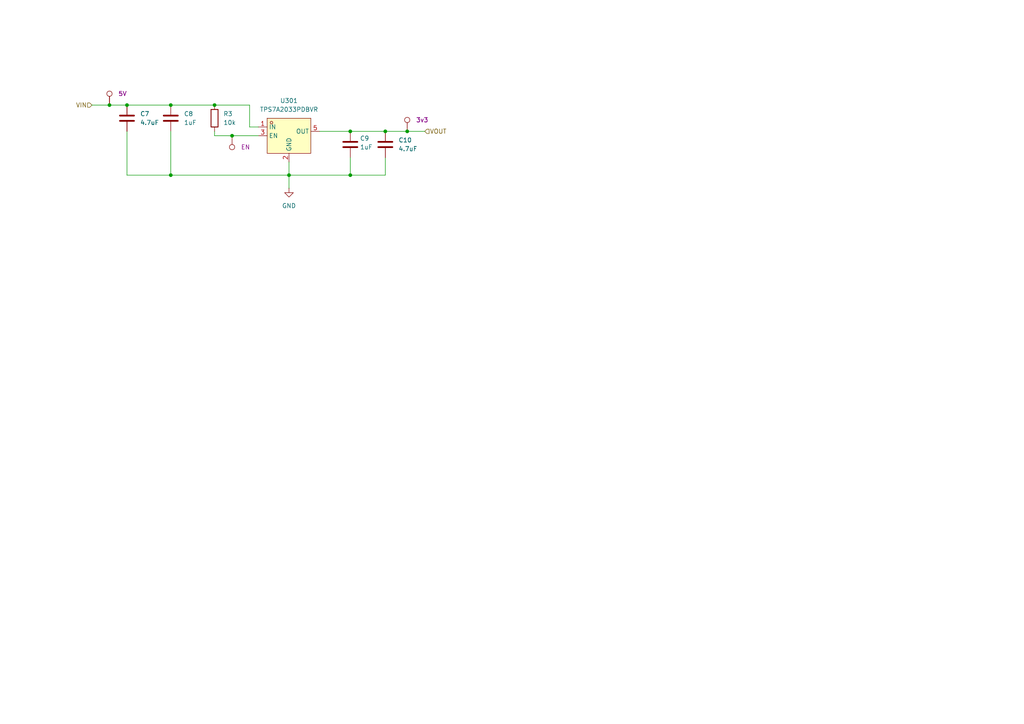
<source format=kicad_sch>
(kicad_sch (version 20250114) (generator "eeschema") (generator_version "9.0")
  (paper "A4")
  (lib_symbols
    (symbol "Device:C" (pin_numbers (hide yes)) (pin_names (offset 0.254))
      (property "Reference" "C" (at 0.635 2.54 0))
      (property "Value" "C" (at 0.635 -2.54 0))
      (symbol "C_0_1"
        (polyline (pts (xy -2.032 0.762) (xy 2.032 0.762)) (stroke (width 0.508)))
        (polyline (pts (xy -2.032 -0.762) (xy 2.032 -0.762)) (stroke (width 0.508)))
      )
      (symbol "C_1_1"
        (pin passive line (at 0 3.81 270) (length 2.794) (name "~") (number "1"))
        (pin passive line (at 0 -3.81 90) (length 2.794) (name "~") (number "2"))
      )
    )
    (symbol "Device:R" (pin_numbers (hide yes)) (pin_names (offset 0))
      (property "Reference" "R" (at 2.032 0 90))
      (property "Value" "R" (at 0 0 90))
      (symbol "R_0_1"
        (rectangle (start -1.016 -2.54) (end 1.016 2.54) (stroke (width 0.254)))
      )
      (symbol "R_1_1"
        (pin passive line (at 0 3.81 270) (length 1.27) (name "~") (number "1"))
        (pin passive line (at 0 -3.81 90) (length 1.27) (name "~") (number "2"))
      )
    )
    (symbol "easyeda2kicad:LabeledTestPoint" (pin_numbers (hide yes)) (pin_names (offset 0.762) (hide yes)) (in_bom no)
      (property "Label" "label" (at 0 5.08 0))
      (symbol "LabeledTestPoint_0_1"
        (circle (center 0 3.302) (radius 0.762))
      )
      (symbol "LabeledTestPoint_1_1"
        (pin passive line (at 0 0 90) (length 2.54) (name "1") (number "1"))
      )
    )
    (symbol "easyeda2kicad:TPS7A2033PDBVR"
      (property "Reference" "U" (at 0 7.62 0))
      (property "Value" "TPS7A2033PDBVR" (at 0 -7.62 0))
      (symbol "TPS7A2033PDBVR_0_1"
        (rectangle (start -6.35 5.08) (end 6.35 -5.08) (fill (type background)))
        (circle (center -5.08 3.81) (radius 0.38))
        (pin unspecified line (at -8.89 2.54 0) (length 2.54) (name "IN") (number "1"))
        (pin unspecified line (at -8.89 0 0) (length 2.54) (name "EN") (number "3"))
        (pin unspecified line (at 0 -7.62 90) (length 2.54) (name "GND") (number "2"))
        (pin unspecified line (at 8.89 1.27 180) (length 2.54) (name "OUT") (number "5"))
      )
      (symbol "TPS7A2033PDBVR_1_1"
        (pin no_connect line (at 8.89 -1.27 180) (length 2.54) (hide yes) (name "NC") (number "4"))
      )
    )
    (symbol "power:GND" (power) (pin_numbers (hide yes)) (pin_names (offset 0) (hide yes))
      (property "Value" "GND" (at 0 -3.81 0))
      (symbol "GND_0_1"
        (polyline (pts (xy 0 0) (xy 0 -1.27) (xy 1.27 -1.27) (xy 0 -2.54) (xy -1.27 -1.27) (xy 0 -1.27)))
      )
      (symbol "GND_1_1"
        (pin power_in line (at 0 0 270) (length 0) (name "~") (number "1"))
      )
    )
  )
  (junction (at 31.75 30.48))
  (junction (at 101.6 38.1))
  (junction (at 49.53 50.8))
  (junction (at 101.6 50.8))
  (junction (at 49.53 30.48))
  (junction (at 62.23 30.48))
  (junction (at 118.11 38.1))
  (junction (at 111.76 38.1))
  (junction (at 83.82 50.8))
  (junction (at 67.31 39.37))
  (junction (at 36.83 30.48))
  (wire (pts (xy 36.83 38.1) (xy 36.83 50.8)))
  (wire (pts (xy 101.6 45.72) (xy 101.6 50.8)))
  (wire (pts (xy 111.76 38.1) (xy 118.11 38.1)))
  (wire (pts (xy 111.76 45.72) (xy 111.76 50.8)))
  (wire (pts (xy 111.76 50.8) (xy 101.6 50.8)))
  (wire (pts (xy 101.6 38.1) (xy 111.76 38.1)))
  (wire (pts (xy 72.39 36.83) (xy 72.39 30.48)))
  (wire (pts (xy 62.23 30.48) (xy 49.53 30.48)))
  (wire (pts (xy 74.93 36.83) (xy 72.39 36.83)))
  (wire (pts (xy 118.11 38.1) (xy 123.19 38.1)))
  (wire (pts (xy 67.31 39.37) (xy 74.93 39.37)))
  (wire (pts (xy 36.83 50.8) (xy 49.53 50.8)))
  (wire (pts (xy 36.83 30.48) (xy 49.53 30.48)))
  (wire (pts (xy 72.39 30.48) (xy 62.23 30.48)))
  (wire (pts (xy 31.75 30.48) (xy 36.83 30.48)))
  (wire (pts (xy 83.82 50.8) (xy 101.6 50.8)))
  (wire (pts (xy 62.23 38.1) (xy 62.23 39.37)))
  (wire (pts (xy 26.67 30.48) (xy 31.75 30.48)))
  (wire (pts (xy 62.23 39.37) (xy 67.31 39.37)))
  (wire (pts (xy 49.53 50.8) (xy 83.82 50.8)))
  (wire (pts (xy 83.82 50.8) (xy 83.82 54.61)))
  (wire (pts (xy 83.82 46.99) (xy 83.82 50.8)))
  (wire (pts (xy 49.53 38.1) (xy 49.53 50.8)))
  (wire (pts (xy 92.71 38.1) (xy 101.6 38.1)))
  (hierarchical_label "VIN" (shape input) (at 26.67 30.48 180))
  (hierarchical_label "VOUT" (shape input) (at 123.19 38.1 0))
  (symbol (lib_id "easyeda2kicad:LabeledTestPoint") (at 67.31 39.37 180) (unit 1) (in_bom no)
    (property "Reference" "TP7" (effects (hide yes)))
    (property "Value" "LabeledTestPoint" (effects (hide yes)))
    (property "Footprint" "easyeda2kicad:LabeledTestPoint" (effects (hide yes)))
    (property "Description" "test point" (effects (hide yes)))
    (property "Label" "EN" (at 69.85 42.6719 0) (effects (justify right)))
  )
  (symbol (lib_id "easyeda2kicad:LabeledTestPoint") (at 118.11 38.1 0) (unit 1) (in_bom no)
    (property "Reference" "TP302" (effects (hide yes)))
    (property "Value" "LabeledTestPoint" (effects (hide yes)))
    (property "Footprint" "easyeda2kicad:LabeledTestPoint" (effects (hide yes)))
    (property "Description" "test point" (effects (hide yes)))
    (property "Label" "3v3" (at 120.65 34.7979 0) (effects (justify left)))
  )
  (symbol (lib_id "Device:C") (at 36.83 34.29 0) (unit 1)
    (property "Reference" "C7" (at 40.64 33.0199 0) (effects (justify left)))
    (property "Value" "4.7uF" (at 40.64 35.5599 0) (effects (justify left)))
    (property "Footprint" "Capacitor_SMD:C_0603_1608Metric" (effects (hide yes)))
    (property "Description" "Unpolarized capacitor" (effects (hide yes)))
  )
  (symbol (lib_id "Device:C") (at 101.6 41.91 0) (unit 1)
    (property "Reference" "C9" (at 104.394 40.132 0) (effects (justify left)))
    (property "Value" "1uF" (at 104.394 42.672 0) (effects (justify left)))
    (property "Footprint" "Capacitor_SMD:C_0603_1608Metric" (effects (hide yes)))
    (property "Description" "Unpolarized capacitor" (effects (hide yes)))
  )
  (symbol (lib_id "Device:R") (at 62.23 34.29 0) (unit 1)
    (property "Reference" "R3" (at 64.77 33.0199 0) (effects (justify left)))
    (property "Value" "10k" (at 64.77 35.5599 0) (effects (justify left)))
    (property "Footprint" "Resistor_SMD:R_0603_1608Metric" (effects (hide yes)))
    (property "Description" "Resistor" (effects (hide yes)))
  )
  (symbol (lib_id "easyeda2kicad:TPS7A2033PDBVR") (at 83.82 39.37 0) (unit 1)
    (property "Reference" "U301" (at 83.82 29.21 0))
    (property "Value" "TPS7A2033PDBVR" (at 83.82 31.75 0))
    (property "Footprint" "easyeda2kicad:SOT-23-5_L2.9-W1.6-P0.95-LS2.8-BR" (effects (hide yes)))
    (property "LCSC Part" "C2862740" (effects (hide yes)))
  )
  (symbol (lib_id "Device:C") (at 111.76 41.91 0) (unit 1)
    (property "Reference" "C10" (at 115.57 40.6399 0) (effects (justify left)))
    (property "Value" "4.7uF" (at 115.57 43.1799 0) (effects (justify left)))
    (property "Footprint" "Capacitor_SMD:C_0603_1608Metric" (effects (hide yes)))
    (property "Description" "Unpolarized capacitor" (effects (hide yes)))
  )
  (symbol (lib_id "easyeda2kicad:LabeledTestPoint") (at 31.75 30.48 0) (unit 1) (in_bom no)
    (property "Reference" "TP301" (effects (hide yes)))
    (property "Value" "LabeledTestPoint" (effects (hide yes)))
    (property "Footprint" "easyeda2kicad:LabeledTestPoint" (effects (hide yes)))
    (property "Description" "test point" (effects (hide yes)))
    (property "Label" "5V" (at 34.29 27.1779 0) (effects (justify left)))
  )
  (symbol (lib_id "power:GND") (at 83.82 54.61 0) (unit 1)
    (property "Reference" "#PWR06" (effects (hide yes)))
    (property "Value" "GND" (at 83.82 59.69 0))
    (property "Description" "Power symbol creates a global label with name \"GND\" , ground" (effects (hide yes)))
  )
  (symbol (lib_id "Device:C") (at 49.53 34.29 0) (unit 1)
    (property "Reference" "C8" (at 53.34 33.0199 0) (effects (justify left)))
    (property "Value" "1uF" (at 53.34 35.5599 0) (effects (justify left)))
    (property "Footprint" "Capacitor_SMD:C_0603_1608Metric" (effects (hide yes)))
    (property "Description" "Unpolarized capacitor" (effects (hide yes)))
  )
)
</source>
